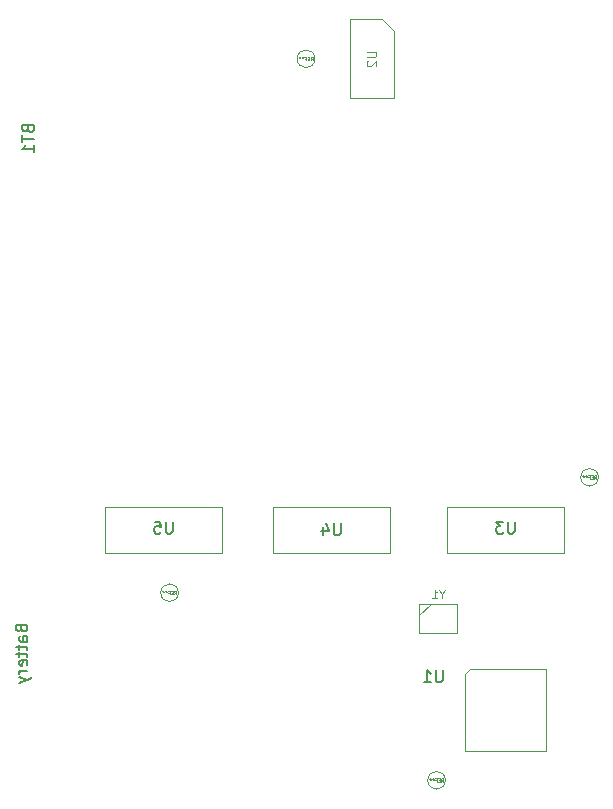
<source format=gbr>
G04 #@! TF.GenerationSoftware,KiCad,Pcbnew,5.1.2*
G04 #@! TF.CreationDate,2019-06-29T12:22:33-07:00*
G04 #@! TF.ProjectId,DC27-Cylon,44433237-2d43-4796-9c6f-6e2e6b696361,rev?*
G04 #@! TF.SameCoordinates,Original*
G04 #@! TF.FileFunction,Other,Fab,Bot*
%FSLAX46Y46*%
G04 Gerber Fmt 4.6, Leading zero omitted, Abs format (unit mm)*
G04 Created by KiCad (PCBNEW 5.1.2) date 2019-06-29 12:22:33*
%MOMM*%
%LPD*%
G04 APERTURE LIST*
%ADD10C,0.100000*%
%ADD11C,0.050000*%
%ADD12C,0.150000*%
%ADD13C,0.120000*%
%ADD14C,0.105000*%
G04 APERTURE END LIST*
D10*
X58281000Y-52070000D02*
G75*
G03X58281000Y-52070000I-750000J0D01*
G01*
X69330000Y-113157000D02*
G75*
G03X69330000Y-113157000I-750000J0D01*
G01*
X82284000Y-87503000D02*
G75*
G03X82284000Y-87503000I-750000J0D01*
G01*
X46724000Y-97282000D02*
G75*
G03X46724000Y-97282000I-750000J0D01*
G01*
X71372000Y-103738000D02*
X77872000Y-103738000D01*
X70972000Y-104138000D02*
X70972000Y-110638000D01*
X70972000Y-104138000D02*
X71372000Y-103738000D01*
X70972000Y-110638000D02*
X77872000Y-110638000D01*
X77872000Y-103738000D02*
X77872000Y-110638000D01*
X64944000Y-49720000D02*
X63944000Y-48720000D01*
X64944000Y-49720000D02*
X64944000Y-55420000D01*
X63944000Y-48720000D02*
X61244000Y-48720000D01*
X64944000Y-55420000D02*
X61244000Y-55420000D01*
X61244000Y-48720000D02*
X61244000Y-55420000D01*
X79372000Y-89998000D02*
X69472000Y-89998000D01*
X69472000Y-93898000D02*
X79372000Y-93898000D01*
X79372000Y-93898000D02*
X79372000Y-89998000D01*
X69472000Y-93898000D02*
X69472000Y-89998000D01*
X54740000Y-93898000D02*
X54740000Y-89998000D01*
X64640000Y-93898000D02*
X64640000Y-89998000D01*
X54740000Y-93898000D02*
X64640000Y-93898000D01*
X64640000Y-89998000D02*
X54740000Y-89998000D01*
X50416000Y-89998000D02*
X40516000Y-89998000D01*
X40516000Y-93898000D02*
X50416000Y-93898000D01*
X50416000Y-93898000D02*
X50416000Y-89998000D01*
X40516000Y-93898000D02*
X40516000Y-89998000D01*
X67107000Y-100691000D02*
X67107000Y-98191000D01*
X67107000Y-98191000D02*
X70307000Y-98191000D01*
X70307000Y-98191000D02*
X70307000Y-100691000D01*
X70307000Y-100691000D02*
X67107000Y-100691000D01*
X67107000Y-99191000D02*
X68107000Y-98191000D01*
D11*
X57931000Y-52205714D02*
X58031000Y-52062857D01*
X58102428Y-52205714D02*
X58102428Y-51905714D01*
X57988142Y-51905714D01*
X57959571Y-51920000D01*
X57945285Y-51934285D01*
X57931000Y-51962857D01*
X57931000Y-52005714D01*
X57945285Y-52034285D01*
X57959571Y-52048571D01*
X57988142Y-52062857D01*
X58102428Y-52062857D01*
X57802428Y-52048571D02*
X57702428Y-52048571D01*
X57659571Y-52205714D02*
X57802428Y-52205714D01*
X57802428Y-51905714D01*
X57659571Y-51905714D01*
X57431000Y-52048571D02*
X57531000Y-52048571D01*
X57531000Y-52205714D02*
X57531000Y-51905714D01*
X57388142Y-51905714D01*
X57231000Y-51905714D02*
X57231000Y-51977142D01*
X57302428Y-51948571D02*
X57231000Y-51977142D01*
X57159571Y-51948571D01*
X57273857Y-52034285D02*
X57231000Y-51977142D01*
X57188142Y-52034285D01*
X57002428Y-51905714D02*
X57002428Y-51977142D01*
X57073857Y-51948571D02*
X57002428Y-51977142D01*
X56931000Y-51948571D01*
X57045285Y-52034285D02*
X57002428Y-51977142D01*
X56959571Y-52034285D01*
X68980000Y-113292714D02*
X69080000Y-113149857D01*
X69151428Y-113292714D02*
X69151428Y-112992714D01*
X69037142Y-112992714D01*
X69008571Y-113007000D01*
X68994285Y-113021285D01*
X68980000Y-113049857D01*
X68980000Y-113092714D01*
X68994285Y-113121285D01*
X69008571Y-113135571D01*
X69037142Y-113149857D01*
X69151428Y-113149857D01*
X68851428Y-113135571D02*
X68751428Y-113135571D01*
X68708571Y-113292714D02*
X68851428Y-113292714D01*
X68851428Y-112992714D01*
X68708571Y-112992714D01*
X68480000Y-113135571D02*
X68580000Y-113135571D01*
X68580000Y-113292714D02*
X68580000Y-112992714D01*
X68437142Y-112992714D01*
X68280000Y-112992714D02*
X68280000Y-113064142D01*
X68351428Y-113035571D02*
X68280000Y-113064142D01*
X68208571Y-113035571D01*
X68322857Y-113121285D02*
X68280000Y-113064142D01*
X68237142Y-113121285D01*
X68051428Y-112992714D02*
X68051428Y-113064142D01*
X68122857Y-113035571D02*
X68051428Y-113064142D01*
X67980000Y-113035571D01*
X68094285Y-113121285D02*
X68051428Y-113064142D01*
X68008571Y-113121285D01*
X81934000Y-87638714D02*
X82034000Y-87495857D01*
X82105428Y-87638714D02*
X82105428Y-87338714D01*
X81991142Y-87338714D01*
X81962571Y-87353000D01*
X81948285Y-87367285D01*
X81934000Y-87395857D01*
X81934000Y-87438714D01*
X81948285Y-87467285D01*
X81962571Y-87481571D01*
X81991142Y-87495857D01*
X82105428Y-87495857D01*
X81805428Y-87481571D02*
X81705428Y-87481571D01*
X81662571Y-87638714D02*
X81805428Y-87638714D01*
X81805428Y-87338714D01*
X81662571Y-87338714D01*
X81434000Y-87481571D02*
X81534000Y-87481571D01*
X81534000Y-87638714D02*
X81534000Y-87338714D01*
X81391142Y-87338714D01*
X81234000Y-87338714D02*
X81234000Y-87410142D01*
X81305428Y-87381571D02*
X81234000Y-87410142D01*
X81162571Y-87381571D01*
X81276857Y-87467285D02*
X81234000Y-87410142D01*
X81191142Y-87467285D01*
X81005428Y-87338714D02*
X81005428Y-87410142D01*
X81076857Y-87381571D02*
X81005428Y-87410142D01*
X80934000Y-87381571D01*
X81048285Y-87467285D02*
X81005428Y-87410142D01*
X80962571Y-87467285D01*
X46374000Y-97417714D02*
X46474000Y-97274857D01*
X46545428Y-97417714D02*
X46545428Y-97117714D01*
X46431142Y-97117714D01*
X46402571Y-97132000D01*
X46388285Y-97146285D01*
X46374000Y-97174857D01*
X46374000Y-97217714D01*
X46388285Y-97246285D01*
X46402571Y-97260571D01*
X46431142Y-97274857D01*
X46545428Y-97274857D01*
X46245428Y-97260571D02*
X46145428Y-97260571D01*
X46102571Y-97417714D02*
X46245428Y-97417714D01*
X46245428Y-97117714D01*
X46102571Y-97117714D01*
X45874000Y-97260571D02*
X45974000Y-97260571D01*
X45974000Y-97417714D02*
X45974000Y-97117714D01*
X45831142Y-97117714D01*
X45674000Y-97117714D02*
X45674000Y-97189142D01*
X45745428Y-97160571D02*
X45674000Y-97189142D01*
X45602571Y-97160571D01*
X45716857Y-97246285D02*
X45674000Y-97189142D01*
X45631142Y-97246285D01*
X45445428Y-97117714D02*
X45445428Y-97189142D01*
X45516857Y-97160571D02*
X45445428Y-97189142D01*
X45374000Y-97160571D01*
X45488285Y-97246285D02*
X45445428Y-97189142D01*
X45402571Y-97246285D01*
D12*
X33405771Y-100315971D02*
X33453390Y-100458828D01*
X33501009Y-100506447D01*
X33596247Y-100554066D01*
X33739104Y-100554066D01*
X33834342Y-100506447D01*
X33881961Y-100458828D01*
X33929580Y-100363590D01*
X33929580Y-99982638D01*
X32929580Y-99982638D01*
X32929580Y-100315971D01*
X32977200Y-100411209D01*
X33024819Y-100458828D01*
X33120057Y-100506447D01*
X33215295Y-100506447D01*
X33310533Y-100458828D01*
X33358152Y-100411209D01*
X33405771Y-100315971D01*
X33405771Y-99982638D01*
X33929580Y-101411209D02*
X33405771Y-101411209D01*
X33310533Y-101363590D01*
X33262914Y-101268352D01*
X33262914Y-101077876D01*
X33310533Y-100982638D01*
X33881961Y-101411209D02*
X33929580Y-101315971D01*
X33929580Y-101077876D01*
X33881961Y-100982638D01*
X33786723Y-100935019D01*
X33691485Y-100935019D01*
X33596247Y-100982638D01*
X33548628Y-101077876D01*
X33548628Y-101315971D01*
X33501009Y-101411209D01*
X33262914Y-101744542D02*
X33262914Y-102125495D01*
X32929580Y-101887400D02*
X33786723Y-101887400D01*
X33881961Y-101935019D01*
X33929580Y-102030257D01*
X33929580Y-102125495D01*
X33262914Y-102315971D02*
X33262914Y-102696923D01*
X32929580Y-102458828D02*
X33786723Y-102458828D01*
X33881961Y-102506447D01*
X33929580Y-102601685D01*
X33929580Y-102696923D01*
X33881961Y-103411209D02*
X33929580Y-103315971D01*
X33929580Y-103125495D01*
X33881961Y-103030257D01*
X33786723Y-102982638D01*
X33405771Y-102982638D01*
X33310533Y-103030257D01*
X33262914Y-103125495D01*
X33262914Y-103315971D01*
X33310533Y-103411209D01*
X33405771Y-103458828D01*
X33501009Y-103458828D01*
X33596247Y-102982638D01*
X33929580Y-103887400D02*
X33262914Y-103887400D01*
X33453390Y-103887400D02*
X33358152Y-103935019D01*
X33310533Y-103982638D01*
X33262914Y-104077876D01*
X33262914Y-104173114D01*
X33262914Y-104411209D02*
X33929580Y-104649304D01*
X33262914Y-104887400D02*
X33929580Y-104649304D01*
X34167676Y-104554066D01*
X34215295Y-104506447D01*
X34262914Y-104411209D01*
X33964571Y-58015285D02*
X34012190Y-58158142D01*
X34059809Y-58205761D01*
X34155047Y-58253380D01*
X34297904Y-58253380D01*
X34393142Y-58205761D01*
X34440761Y-58158142D01*
X34488380Y-58062904D01*
X34488380Y-57681952D01*
X33488380Y-57681952D01*
X33488380Y-58015285D01*
X33536000Y-58110523D01*
X33583619Y-58158142D01*
X33678857Y-58205761D01*
X33774095Y-58205761D01*
X33869333Y-58158142D01*
X33916952Y-58110523D01*
X33964571Y-58015285D01*
X33964571Y-57681952D01*
X33488380Y-58539095D02*
X33488380Y-59110523D01*
X34488380Y-58824809D02*
X33488380Y-58824809D01*
X34488380Y-59967666D02*
X34488380Y-59396238D01*
X34488380Y-59681952D02*
X33488380Y-59681952D01*
X33631238Y-59586714D01*
X33726476Y-59491476D01*
X33774095Y-59396238D01*
X69087904Y-103846380D02*
X69087904Y-104655904D01*
X69040285Y-104751142D01*
X68992666Y-104798761D01*
X68897428Y-104846380D01*
X68706952Y-104846380D01*
X68611714Y-104798761D01*
X68564095Y-104751142D01*
X68516476Y-104655904D01*
X68516476Y-103846380D01*
X67516476Y-104846380D02*
X68087904Y-104846380D01*
X67802190Y-104846380D02*
X67802190Y-103846380D01*
X67897428Y-103989238D01*
X67992666Y-104084476D01*
X68087904Y-104132095D01*
D13*
X62655904Y-51460476D02*
X63303523Y-51460476D01*
X63379714Y-51498571D01*
X63417809Y-51536666D01*
X63455904Y-51612857D01*
X63455904Y-51765238D01*
X63417809Y-51841428D01*
X63379714Y-51879523D01*
X63303523Y-51917619D01*
X62655904Y-51917619D01*
X62732095Y-52260476D02*
X62694000Y-52298571D01*
X62655904Y-52374761D01*
X62655904Y-52565238D01*
X62694000Y-52641428D01*
X62732095Y-52679523D01*
X62808285Y-52717619D01*
X62884476Y-52717619D01*
X62998761Y-52679523D01*
X63455904Y-52222380D01*
X63455904Y-52717619D01*
D12*
X75183904Y-91273380D02*
X75183904Y-92082904D01*
X75136285Y-92178142D01*
X75088666Y-92225761D01*
X74993428Y-92273380D01*
X74802952Y-92273380D01*
X74707714Y-92225761D01*
X74660095Y-92178142D01*
X74612476Y-92082904D01*
X74612476Y-91273380D01*
X74231523Y-91273380D02*
X73612476Y-91273380D01*
X73945809Y-91654333D01*
X73802952Y-91654333D01*
X73707714Y-91701952D01*
X73660095Y-91749571D01*
X73612476Y-91844809D01*
X73612476Y-92082904D01*
X73660095Y-92178142D01*
X73707714Y-92225761D01*
X73802952Y-92273380D01*
X74088666Y-92273380D01*
X74183904Y-92225761D01*
X74231523Y-92178142D01*
X60451904Y-91400380D02*
X60451904Y-92209904D01*
X60404285Y-92305142D01*
X60356666Y-92352761D01*
X60261428Y-92400380D01*
X60070952Y-92400380D01*
X59975714Y-92352761D01*
X59928095Y-92305142D01*
X59880476Y-92209904D01*
X59880476Y-91400380D01*
X58975714Y-91733714D02*
X58975714Y-92400380D01*
X59213809Y-91352761D02*
X59451904Y-92067047D01*
X58832857Y-92067047D01*
X46227904Y-91273380D02*
X46227904Y-92082904D01*
X46180285Y-92178142D01*
X46132666Y-92225761D01*
X46037428Y-92273380D01*
X45846952Y-92273380D01*
X45751714Y-92225761D01*
X45704095Y-92178142D01*
X45656476Y-92082904D01*
X45656476Y-91273380D01*
X44704095Y-91273380D02*
X45180285Y-91273380D01*
X45227904Y-91749571D01*
X45180285Y-91701952D01*
X45085047Y-91654333D01*
X44846952Y-91654333D01*
X44751714Y-91701952D01*
X44704095Y-91749571D01*
X44656476Y-91844809D01*
X44656476Y-92082904D01*
X44704095Y-92178142D01*
X44751714Y-92225761D01*
X44846952Y-92273380D01*
X45085047Y-92273380D01*
X45180285Y-92225761D01*
X45227904Y-92178142D01*
D14*
X69040333Y-97392333D02*
X69040333Y-97725666D01*
X69273666Y-97025666D02*
X69040333Y-97392333D01*
X68807000Y-97025666D01*
X68207000Y-97725666D02*
X68607000Y-97725666D01*
X68407000Y-97725666D02*
X68407000Y-97025666D01*
X68473666Y-97125666D01*
X68540333Y-97192333D01*
X68607000Y-97225666D01*
M02*

</source>
